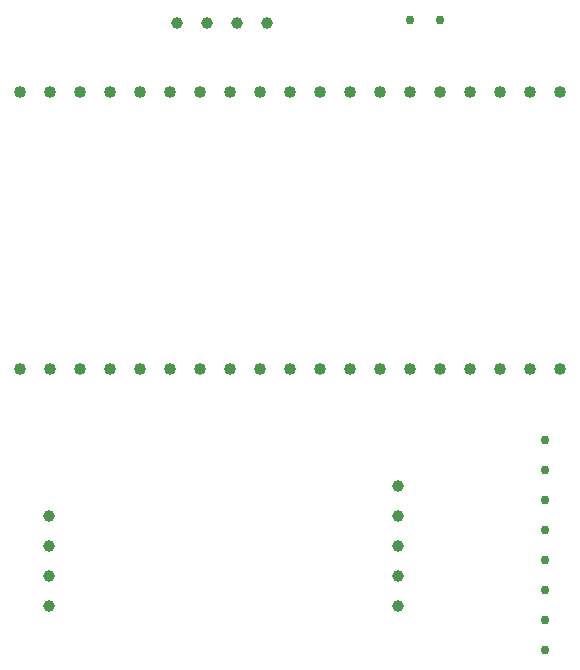
<source format=gbr>
%TF.GenerationSoftware,Altium Limited,Altium Designer,24.6.1 (21)*%
G04 Layer_Color=0*
%FSLAX45Y45*%
%MOMM*%
%TF.SameCoordinates,ECB060D0-B559-4599-9885-B1276F73ADFA*%
%TF.FilePolarity,Positive*%
%TF.FileFunction,Plated,1,2,PTH,Drill*%
%TF.Part,Single*%
G01*
G75*
%TA.AperFunction,ComponentDrill*%
%ADD23C,0.76200*%
%ADD24C,1.02000*%
%ADD25C,1.00000*%
D23*
X5181599Y622302D02*
D03*
Y876302D02*
D03*
Y1130302D02*
D03*
Y1384302D02*
D03*
Y1638302D02*
D03*
Y1892302D02*
D03*
Y2146302D02*
D03*
Y2400302D02*
D03*
X4292035Y5952928D02*
D03*
X4038035D02*
D03*
D24*
X736035Y5343328D02*
D03*
X990035D02*
D03*
X1244035D02*
D03*
X1498035D02*
D03*
X1752035D02*
D03*
X2006035D02*
D03*
X2260035D02*
D03*
X2514035D02*
D03*
X2768035D02*
D03*
X3022035D02*
D03*
X3276035D02*
D03*
X3530035D02*
D03*
X3784035D02*
D03*
X4038035D02*
D03*
X4292035D02*
D03*
X4546035D02*
D03*
X5054035D02*
D03*
X5308035D02*
D03*
X4800035D02*
D03*
X5309036Y2993828D02*
D03*
X5055036D02*
D03*
X4801036D02*
D03*
X4547036D02*
D03*
X4293036D02*
D03*
X4039036D02*
D03*
X3785036D02*
D03*
X3531036D02*
D03*
X3277036D02*
D03*
X3023036D02*
D03*
X2769036D02*
D03*
X2515036D02*
D03*
X2261036D02*
D03*
X2007036D02*
D03*
X1753036D02*
D03*
X1499036D02*
D03*
X1245036D02*
D03*
X991036D02*
D03*
X737036D02*
D03*
D25*
X2831535Y5927528D02*
D03*
X2577535D02*
D03*
X2323535D02*
D03*
X2069535D02*
D03*
X3936435Y2003228D02*
D03*
Y1749228D02*
D03*
Y1495228D02*
D03*
Y1241228D02*
D03*
Y987228D02*
D03*
X982435Y1749228D02*
D03*
Y1495228D02*
D03*
Y1241228D02*
D03*
Y987228D02*
D03*
%TF.MD5,24fc44975be5a68e2ea12e91b7341313*%
M02*

</source>
